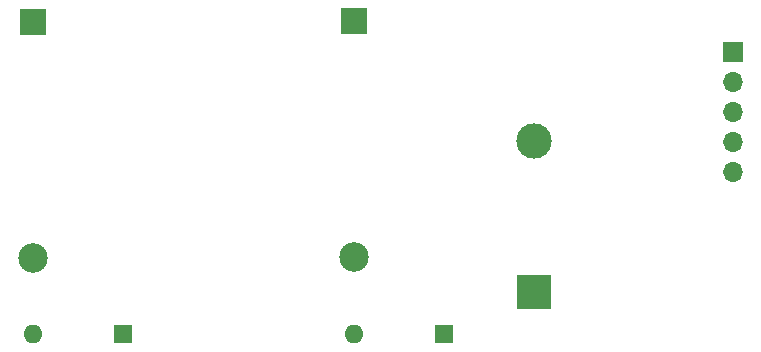
<source format=gtl>
G04 #@! TF.GenerationSoftware,KiCad,Pcbnew,5.1.10-88a1d61d58~88~ubuntu20.04.1*
G04 #@! TF.CreationDate,2021-05-25T18:58:43-04:00*
G04 #@! TF.ProjectId,pinball-wpc-battery,70696e62-616c-46c2-9d77-70632d626174,rev?*
G04 #@! TF.SameCoordinates,Original*
G04 #@! TF.FileFunction,Copper,L1,Top*
G04 #@! TF.FilePolarity,Positive*
%FSLAX46Y46*%
G04 Gerber Fmt 4.6, Leading zero omitted, Abs format (unit mm)*
G04 Created by KiCad (PCBNEW 5.1.10-88a1d61d58~88~ubuntu20.04.1) date 2021-05-25 18:58:43*
%MOMM*%
%LPD*%
G01*
G04 APERTURE LIST*
G04 #@! TA.AperFunction,ComponentPad*
%ADD10O,1.600000X1.600000*%
G04 #@! TD*
G04 #@! TA.AperFunction,ComponentPad*
%ADD11R,1.600000X1.600000*%
G04 #@! TD*
G04 #@! TA.AperFunction,ComponentPad*
%ADD12C,2.500000*%
G04 #@! TD*
G04 #@! TA.AperFunction,ComponentPad*
%ADD13R,2.170000X2.170000*%
G04 #@! TD*
G04 #@! TA.AperFunction,ComponentPad*
%ADD14O,1.700000X1.700000*%
G04 #@! TD*
G04 #@! TA.AperFunction,ComponentPad*
%ADD15R,1.700000X1.700000*%
G04 #@! TD*
G04 #@! TA.AperFunction,ComponentPad*
%ADD16C,3.000000*%
G04 #@! TD*
G04 #@! TA.AperFunction,ComponentPad*
%ADD17R,3.000000X3.000000*%
G04 #@! TD*
G04 APERTURE END LIST*
D10*
X173228000Y-109093000D03*
D11*
X180848000Y-109093000D03*
D10*
X146050000Y-109093000D03*
D11*
X153670000Y-109093000D03*
D12*
X173228000Y-102550000D03*
D13*
X173228000Y-82550000D03*
D12*
X146050000Y-102677000D03*
D13*
X146050000Y-82677000D03*
D14*
X205359000Y-95377000D03*
X205359000Y-92837000D03*
X205359000Y-90297000D03*
X205359000Y-87757000D03*
D15*
X205359000Y-85217000D03*
D16*
X188468000Y-92737000D03*
D17*
X188468000Y-105537000D03*
M02*

</source>
